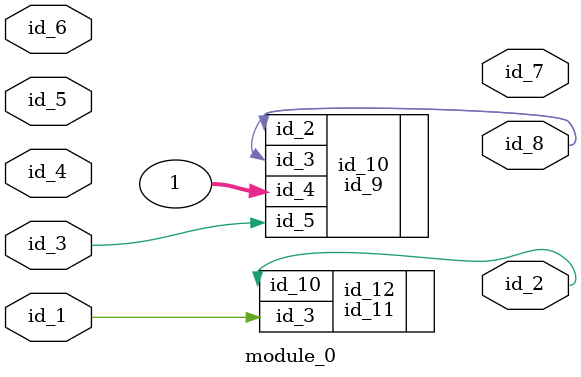
<source format=v>
module module_0 (
    id_1,
    id_2,
    id_3,
    id_4,
    id_5,
    id_6,
    id_7,
    id_8
);
  output id_8;
  output id_7;
  input id_6;
  input id_5;
  input id_4;
  input id_3;
  output id_2;
  input id_1;
  id_9 id_10 (
      .id_3(id_8),
      .id_4(id_5),
      .id_4(id_2),
      .id_4(1),
      .id_5(id_3),
      .id_2(id_8)
  );
  id_11 id_12 (
      .id_10(id_2),
      .id_3 (id_1)
  );
endmodule

</source>
